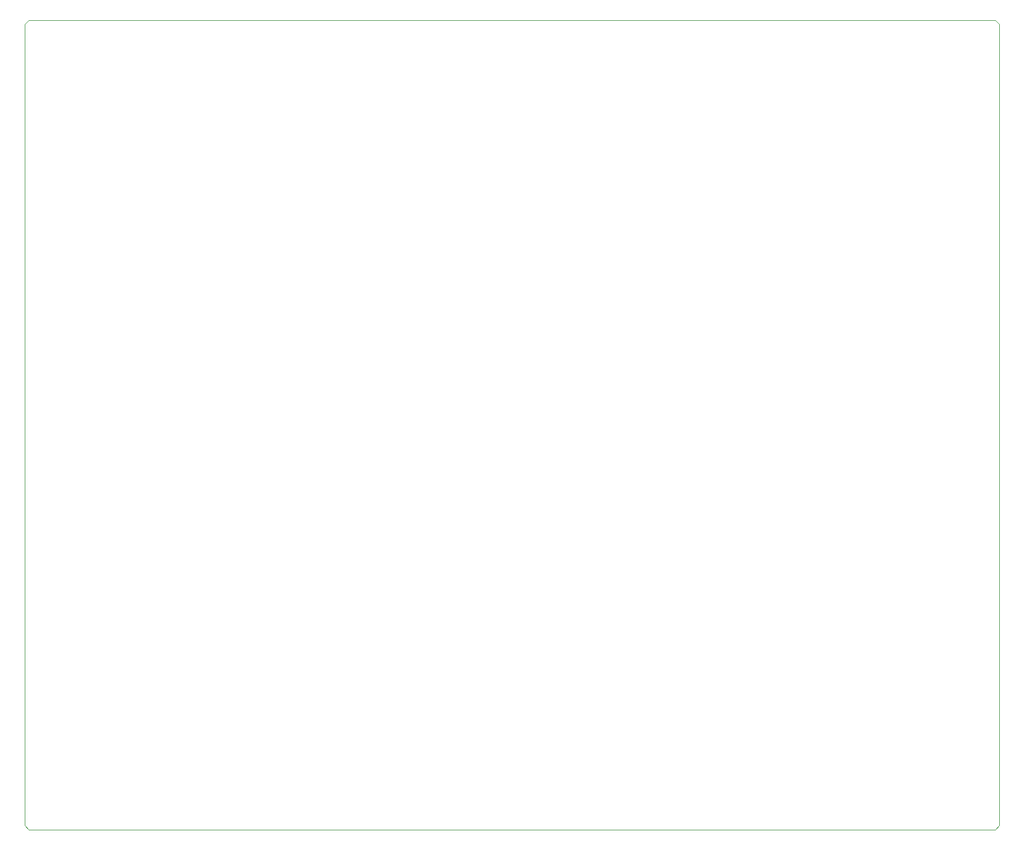
<source format=gbr>
G04 #@! TF.GenerationSoftware,KiCad,Pcbnew,(5.1.5)-3*
G04 #@! TF.CreationDate,2020-01-14T22:53:57-05:00*
G04 #@! TF.ProjectId,Digital Clock,44696769-7461-46c2-9043-6c6f636b2e6b,rev?*
G04 #@! TF.SameCoordinates,Original*
G04 #@! TF.FileFunction,Profile,NP*
%FSLAX46Y46*%
G04 Gerber Fmt 4.6, Leading zero omitted, Abs format (unit mm)*
G04 Created by KiCad (PCBNEW (5.1.5)-3) date 2020-01-14 22:53:57*
%MOMM*%
%LPD*%
G04 APERTURE LIST*
%ADD10C,0.050000*%
G04 APERTURE END LIST*
D10*
X171450000Y-163195000D02*
X172085000Y-162560000D01*
X25400000Y-162560000D02*
X26035000Y-163195000D01*
X25400000Y-41910000D02*
X26035000Y-41275000D01*
X171450000Y-41275000D02*
X172085000Y-41910000D01*
X25400000Y-162560000D02*
X25400000Y-159385000D01*
X171450000Y-163195000D02*
X26035000Y-163195000D01*
X172085000Y-41910000D02*
X172085000Y-162560000D01*
X26035000Y-41275000D02*
X171450000Y-41275000D01*
X25400000Y-159385000D02*
X25400000Y-41910000D01*
M02*

</source>
